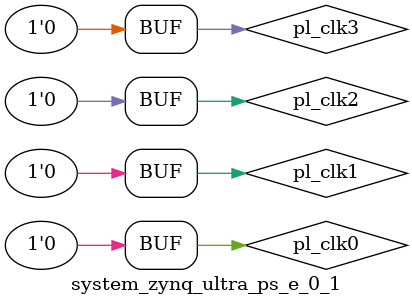
<source format=v>
 









`timescale 1ns/1ps

module system_zynq_ultra_ps_e_0_1 (
);
wire pl_clk_t[3:0] ;

wire saxihpc0_fpd_rclk_temp;
wire saxihpc0_fpd_wclk_temp;
wire saxihpc1_fpd_rclk_temp;
wire saxihpc1_fpd_wclk_temp;
wire saxihp0_fpd_rclk_temp;
wire saxihp0_fpd_wclk_temp;
wire saxihp1_fpd_rclk_temp;
wire saxihp1_fpd_wclk_temp;
wire saxihp2_fpd_rclk_temp;
wire saxihp2_fpd_wclk_temp;
wire saxihp3_fpd_rclk_temp;
wire saxihp3_fpd_wclk_temp;
wire saxi_lpd_rclk_temp;
wire saxi_lpd_wclk_temp;


 assign pl_clk0 = 1'b0 ;

 assign  pl_clk1 = 1'b0 ;

 assign  pl_clk2 = 1'b0 ;

 assign  pl_clk3 = 1'b0 ;

  
   
   
   
   
   


  


  zynq_ultra_ps_e_vip_v1_0_3 #(
    .C_USE_M_AXI_GP0(0),
    .C_USE_M_AXI_GP1(0),
    .C_USE_M_AXI_GP2(0),
    .C_USE_S_AXI_GP0(0),
    .C_USE_S_AXI_GP1(0),
    .C_USE_S_AXI_GP2(0),
    .C_USE_S_AXI_GP3(0),
    .C_USE_S_AXI_GP4(0),
    .C_USE_S_AXI_GP5(0),
    .C_USE_S_AXI_GP6(0),
    .C_USE_S_AXI_ACP(0),
    .C_USE_S_AXI_ACE(0),
    .C_M_AXI_GP0_DATA_WIDTH(128),
    .C_M_AXI_GP1_DATA_WIDTH(128),
    .C_M_AXI_GP2_DATA_WIDTH(32),
    .C_S_AXI_GP0_DATA_WIDTH(128),
    .C_S_AXI_GP1_DATA_WIDTH(128),
    .C_S_AXI_GP2_DATA_WIDTH(128),
    .C_S_AXI_GP3_DATA_WIDTH(128),
    .C_S_AXI_GP4_DATA_WIDTH(128),
    .C_S_AXI_GP5_DATA_WIDTH(128),
    .C_S_AXI_GP6_DATA_WIDTH(128),
    .C_FCLK_CLK0_FREQ(99.990000),
    .C_FCLK_CLK1_FREQ(100),
    .C_FCLK_CLK2_FREQ(100),
    .C_FCLK_CLK3_FREQ(100)
  ) inst (
    .MAXIGP0ARVALID(),
    .MAXIGP0AWVALID(),
    .MAXIGP0BREADY(),
    .MAXIGP0RREADY(),
    .MAXIGP0WLAST(),
    .MAXIGP0WVALID(),
    .MAXIGP0ARID(),
    .MAXIGP0ARUSER(),
    .MAXIGP0AWID(),
    .MAXIGP0ARBURST(),
    .MAXIGP0ARLOCK(),
    .MAXIGP0ARSIZE(),
    .MAXIGP0AWBURST(),
    .MAXIGP0AWLOCK(),
    .MAXIGP0AWSIZE(),
    .MAXIGP0ARPROT(),
    .MAXIGP0AWPROT(),
    .MAXIGP0ARADDR(),
    .MAXIGP0AWADDR(),
    .MAXIGP0WDATA(),
    .MAXIGP0AWUSER(),
    .MAXIGP0ARCACHE(),
    .MAXIGP0ARLEN(),
    .MAXIGP0ARQOS(),
    .MAXIGP0AWCACHE(),
    .MAXIGP0AWLEN(),
    .MAXIGP0AWQOS(),
    .MAXIGP0WSTRB(),
    .MAXIGP0ACLK(),
    .MAXIGP0ARREADY(1'B0),
    .MAXIGP0AWREADY(1'B0),
    .MAXIGP0BVALID(1'B0),
    .MAXIGP0RLAST(1'B0),
    .MAXIGP0RVALID(1'B0),
    .MAXIGP0WREADY(1'B0),
    .MAXIGP0BID(12'B0),
    .MAXIGP0RID(12'B0),
    .MAXIGP0BRESP(2'B0),
    .MAXIGP0RRESP(2'B0),
    .MAXIGP0RDATA(32'B0),
    .MAXIGP1ARVALID(),
    .MAXIGP1AWVALID(),
    .MAXIGP1BREADY(),
    .MAXIGP1RREADY(),
    .MAXIGP1WLAST(),
    .MAXIGP1WVALID(),
    .MAXIGP1ARID(),
    .MAXIGP1ARUSER(),
    .MAXIGP1AWID(),
    .MAXIGP1ARBURST(),
    .MAXIGP1ARLOCK(),
    .MAXIGP1ARSIZE(),
    .MAXIGP1AWBURST(),
    .MAXIGP1AWLOCK(),
    .MAXIGP1AWSIZE(),
    .MAXIGP1ARPROT(),
    .MAXIGP1AWPROT(),
    .MAXIGP1ARADDR(),
    .MAXIGP1AWADDR(),
    .MAXIGP1WDATA(),
    .MAXIGP1AWUSER(),
    .MAXIGP1ARCACHE(),
    .MAXIGP1ARLEN(),
    .MAXIGP1ARQOS(),
    .MAXIGP1AWCACHE(),
    .MAXIGP1AWLEN(),
    .MAXIGP1AWQOS(),
    .MAXIGP1WSTRB(),
    .MAXIGP1ACLK(1'B0),
    .MAXIGP1ARREADY(1'B0),
    .MAXIGP1AWREADY(1'B0),
    .MAXIGP1BVALID(1'B0),
    .MAXIGP1RLAST(1'B0),
    .MAXIGP1RVALID(1'B0),
    .MAXIGP1WREADY(1'B0),
    .MAXIGP1BID(12'B0),
    .MAXIGP1RID(12'B0),
    .MAXIGP1BRESP(2'B0),
    .MAXIGP1RRESP(2'B0),
    .MAXIGP1RDATA(32'B0),

    .MAXIGP2ARVALID(),
    .MAXIGP2AWVALID(),
    .MAXIGP2BREADY(),
    .MAXIGP2RREADY(),
    .MAXIGP2WLAST(),
    .MAXIGP2WVALID(),
    .MAXIGP2ARID(),
    .MAXIGP2ARUSER(),
    .MAXIGP2AWID(),
    .MAXIGP2ARBURST(),
    .MAXIGP2ARLOCK(),
    .MAXIGP2ARSIZE(),
    .MAXIGP2AWBURST(),
    .MAXIGP2AWLOCK(),
    .MAXIGP2AWSIZE(),
    .MAXIGP2ARPROT(),
    .MAXIGP2AWPROT(),
    .MAXIGP2ARADDR(),
    .MAXIGP2AWADDR(),
    .MAXIGP2WDATA(),
    .MAXIGP2AWUSER(),
    .MAXIGP2ARCACHE(),
    .MAXIGP2ARLEN(),
    .MAXIGP2ARQOS(),
    .MAXIGP2AWCACHE(),
    .MAXIGP2AWLEN(),
    .MAXIGP2AWQOS(),
    .MAXIGP2WSTRB(),
    .MAXIGP2ACLK(),
    .MAXIGP2ARREADY(1'B0),
    .MAXIGP2AWREADY(1'B0),
    .MAXIGP2BVALID(1'B0),
    .MAXIGP2RLAST(1'B0),
    .MAXIGP2RVALID(1'B0),
    .MAXIGP2WREADY(1'B0),
    .MAXIGP2BID(12'B0),
    .MAXIGP2RID(12'B0),
    .MAXIGP2BRESP(2'B0),
    .MAXIGP2RRESP(2'B0),
    .MAXIGP2RDATA(32'B0),
    .SAXIGP0RCLK(),
    .SAXIGP0WCLK(),
    .SAXIGP0ARUSER(),
    .SAXIGP0AWUSER(),
    .SAXIGP0RACOUNT(),
    .SAXIGP0WACOUNT(),
    .SAXIGP0RCOUNT(),
    .SAXIGP0WCOUNT(),
    .SAXIGP0ARREADY(),
    .SAXIGP0AWREADY(),
    .SAXIGP0BVALID(),
    .SAXIGP0RLAST(),
    .SAXIGP0RVALID(),
    .SAXIGP0WREADY(),
    .SAXIGP0BRESP(),
    .SAXIGP0RRESP(),
    .SAXIGP0RDATA(),
    .SAXIGP0BID(),
    .SAXIGP0RID(),
    .SAXIGP0ARVALID(1'B0),
    .SAXIGP0AWVALID(1'B0),
    .SAXIGP0BREADY(1'B0),
    .SAXIGP0RREADY(1'B0),
    .SAXIGP0WLAST(1'B0),
    .SAXIGP0WVALID(1'B0),
    .SAXIGP0ARBURST(2'B0),
    .SAXIGP0ARLOCK(2'B0),
    .SAXIGP0ARSIZE(3'B0),
    .SAXIGP0AWBURST(2'B0),
    .SAXIGP0AWLOCK(2'B0),
    .SAXIGP0AWSIZE(3'B0),
    .SAXIGP0ARPROT(3'B0),
    .SAXIGP0AWPROT(3'B0),
    .SAXIGP0ARADDR(32'B0),
    .SAXIGP0AWADDR(32'B0),
    .SAXIGP0WDATA(32'B0),
    .SAXIGP0ARCACHE(4'B0),
    .SAXIGP0ARLEN(4'B0),
    .SAXIGP0ARQOS(4'B0),
    .SAXIGP0AWCACHE(4'B0),
    .SAXIGP0AWLEN(4'B0),
    .SAXIGP0AWQOS(4'B0),
    .SAXIGP0WSTRB(4'B0),
    .SAXIGP0ARID(6'B0),
    .SAXIGP0AWID(6'B0),
    .SAXIGP1RCLK(),
    .SAXIGP1WCLK(),
    .SAXIGP1ARUSER(),
    .SAXIGP1AWUSER(),
    .SAXIGP1RACOUNT(),
    .SAXIGP1WACOUNT(),
    .SAXIGP1RCOUNT(),
    .SAXIGP1WCOUNT(),
    .SAXIGP1ARREADY(),
    .SAXIGP1AWREADY(),
    .SAXIGP1BVALID(),
    .SAXIGP1RLAST(),
    .SAXIGP1RVALID(),
    .SAXIGP1WREADY(),
    .SAXIGP1BRESP(),
    .SAXIGP1RRESP(),
    .SAXIGP1RDATA(),
    .SAXIGP1BID(),
    .SAXIGP1RID(),
    .SAXIGP1ARVALID(1'B0),
    .SAXIGP1AWVALID(1'B0),
    .SAXIGP1BREADY(1'B0),
    .SAXIGP1RREADY(1'B0),
    .SAXIGP1WLAST(1'B0),
    .SAXIGP1WVALID(1'B0),
    .SAXIGP1ARBURST(2'B0),
    .SAXIGP1ARLOCK(2'B0),
    .SAXIGP1ARSIZE(3'B0),
    .SAXIGP1AWBURST(2'B0),
    .SAXIGP1AWLOCK(2'B0),
    .SAXIGP1AWSIZE(3'B0),
    .SAXIGP1ARPROT(3'B0),
    .SAXIGP1AWPROT(3'B0),
    .SAXIGP1ARADDR(32'B0),
    .SAXIGP1AWADDR(32'B0),
    .SAXIGP1WDATA(32'B0),
    .SAXIGP1ARCACHE(4'B0),
    .SAXIGP1ARLEN(4'B0),
    .SAXIGP1ARQOS(4'B0),
    .SAXIGP1AWCACHE(4'B0),
    .SAXIGP1AWLEN(4'B0),
    .SAXIGP1AWQOS(4'B0),
    .SAXIGP1WSTRB(4'B0),
    .SAXIGP1ARID(6'B0),
    .SAXIGP1AWID(6'B0),
    .SAXIGP2RCLK(),
    .SAXIGP2WCLK(),
    .SAXIGP2ARUSER(),
    .SAXIGP2AWUSER(),
    .SAXIGP2RACOUNT(),
    .SAXIGP2WACOUNT(),
    .SAXIGP2RCOUNT(),
    .SAXIGP2WCOUNT(),
    .SAXIGP2ARREADY(),
    .SAXIGP2AWREADY(),
    .SAXIGP2BVALID(),
    .SAXIGP2RLAST(),
    .SAXIGP2RVALID(),
    .SAXIGP2WREADY(),
    .SAXIGP2BRESP(),
    .SAXIGP2RRESP(),
    .SAXIGP2RDATA(),
    .SAXIGP2BID(),
    .SAXIGP2RID(),
    .SAXIGP2ARVALID(1'B0),
    .SAXIGP2AWVALID(1'B0),
    .SAXIGP2BREADY(1'B0),
    .SAXIGP2RREADY(1'B0),
    .SAXIGP2WLAST(1'B0),
    .SAXIGP2WVALID(1'B0),
    .SAXIGP2ARBURST(2'B0),
    .SAXIGP2ARLOCK(2'B0),
    .SAXIGP2ARSIZE(3'B0),
    .SAXIGP2AWBURST(2'B0),
    .SAXIGP2AWLOCK(2'B0),
    .SAXIGP2AWSIZE(3'B0),
    .SAXIGP2ARPROT(3'B0),
    .SAXIGP2AWPROT(3'B0),
    .SAXIGP2ARADDR(32'B0),
    .SAXIGP2AWADDR(32'B0),
    .SAXIGP2WDATA(32'B0),
    .SAXIGP2ARCACHE(4'B0),
    .SAXIGP2ARLEN(4'B0),
    .SAXIGP2ARQOS(4'B0),
    .SAXIGP2AWCACHE(4'B0),
    .SAXIGP2AWLEN(4'B0),
    .SAXIGP2AWQOS(4'B0),
    .SAXIGP2WSTRB(4'B0),
    .SAXIGP2ARID(6'B0),
    .SAXIGP2AWID(6'B0),
    .SAXIGP3RCLK(),
    .SAXIGP3WCLK(),
    .SAXIGP3ARUSER(),
    .SAXIGP3AWUSER(),
    .SAXIGP3RACOUNT(),
    .SAXIGP3WACOUNT(),
    .SAXIGP3RCOUNT(),
    .SAXIGP3WCOUNT(),
    .SAXIGP3ARREADY(),
    .SAXIGP3AWREADY(),
    .SAXIGP3BVALID(),
    .SAXIGP3RLAST(),
    .SAXIGP3RVALID(),
    .SAXIGP3WREADY(),
    .SAXIGP3BRESP(),
    .SAXIGP3RRESP(),
    .SAXIGP3RDATA(),
    .SAXIGP3BID(),
    .SAXIGP3RID(),
    .SAXIGP3ARVALID(1'B0),
    .SAXIGP3AWVALID(1'B0),
    .SAXIGP3BREADY(1'B0),
    .SAXIGP3RREADY(1'B0),
    .SAXIGP3WLAST(1'B0),
    .SAXIGP3WVALID(1'B0),
    .SAXIGP3ARBURST(2'B0),
    .SAXIGP3ARLOCK(2'B0),
    .SAXIGP3ARSIZE(3'B0),
    .SAXIGP3AWBURST(2'B0),
    .SAXIGP3AWLOCK(2'B0),
    .SAXIGP3AWSIZE(3'B0),
    .SAXIGP3ARPROT(3'B0),
    .SAXIGP3AWPROT(3'B0),
    .SAXIGP3ARADDR(32'B0),
    .SAXIGP3AWADDR(32'B0),
    .SAXIGP3WDATA(32'B0),
    .SAXIGP3ARCACHE(4'B0),
    .SAXIGP3ARLEN(4'B0),
    .SAXIGP3ARQOS(4'B0),
    .SAXIGP3AWCACHE(4'B0),
    .SAXIGP3AWLEN(4'B0),
    .SAXIGP3AWQOS(4'B0),
    .SAXIGP3WSTRB(4'B0),
    .SAXIGP3ARID(6'B0),
    .SAXIGP3AWID(6'B0),
    .SAXIGP4RCLK(),
    .SAXIGP4WCLK(),
    .SAXIGP4ARUSER(),
    .SAXIGP4AWUSER(),
    .SAXIGP4RACOUNT(),
    .SAXIGP4WACOUNT(),
    .SAXIGP4RCOUNT(),
    .SAXIGP4WCOUNT(),
    .SAXIGP4ARREADY(),
    .SAXIGP4AWREADY(),
    .SAXIGP4BVALID(),
    .SAXIGP4RLAST(),
    .SAXIGP4RVALID(),
    .SAXIGP4WREADY(),
    .SAXIGP4BRESP(),
    .SAXIGP4RRESP(),
    .SAXIGP4RDATA(),
    .SAXIGP4BID(),
    .SAXIGP4RID(),
    .SAXIGP4ARVALID(1'B0),
    .SAXIGP4AWVALID(1'B0),
    .SAXIGP4BREADY(1'B0),
    .SAXIGP4RREADY(1'B0),
    .SAXIGP4WLAST(1'B0),
    .SAXIGP4WVALID(1'B0),
    .SAXIGP4ARBURST(2'B0),
    .SAXIGP4ARLOCK(2'B0),
    .SAXIGP4ARSIZE(3'B0),
    .SAXIGP4AWBURST(2'B0),
    .SAXIGP4AWLOCK(2'B0),
    .SAXIGP4AWSIZE(3'B0),
    .SAXIGP4ARPROT(3'B0),
    .SAXIGP4AWPROT(3'B0),
    .SAXIGP4ARADDR(32'B0),
    .SAXIGP4AWADDR(32'B0),
    .SAXIGP4WDATA(32'B0),
    .SAXIGP4ARCACHE(4'B0),
    .SAXIGP4ARLEN(4'B0),
    .SAXIGP4ARQOS(4'B0),
    .SAXIGP4AWCACHE(4'B0),
    .SAXIGP4AWLEN(4'B0),
    .SAXIGP4AWQOS(4'B0),
    .SAXIGP4WSTRB(4'B0),
    .SAXIGP4ARID(6'B0),
    .SAXIGP4AWID(6'B0),
    .SAXIGP5RCLK(),
    .SAXIGP5WCLK(),
    .SAXIGP5ARUSER(),
    .SAXIGP5AWUSER(),
    .SAXIGP5RACOUNT(),
    .SAXIGP5WACOUNT(),
    .SAXIGP5RCOUNT(),
    .SAXIGP5WCOUNT(),
    .SAXIGP5ARREADY(),
    .SAXIGP5AWREADY(),
    .SAXIGP5BVALID(),
    .SAXIGP5RLAST(),
    .SAXIGP5RVALID(),
    .SAXIGP5WREADY(),
    .SAXIGP5BRESP(),
    .SAXIGP5RRESP(),
    .SAXIGP5RDATA(),
    .SAXIGP5BID(),
    .SAXIGP5RID(),
    .SAXIGP5ARVALID(1'B0),
    .SAXIGP5AWVALID(1'B0),
    .SAXIGP5BREADY(1'B0),
    .SAXIGP5RREADY(1'B0),
    .SAXIGP5WLAST(1'B0),
    .SAXIGP5WVALID(1'B0),
    .SAXIGP5ARBURST(2'B0),
    .SAXIGP5ARLOCK(2'B0),
    .SAXIGP5ARSIZE(3'B0),
    .SAXIGP5AWBURST(2'B0),
    .SAXIGP5AWLOCK(2'B0),
    .SAXIGP5AWSIZE(3'B0),
    .SAXIGP5ARPROT(3'B0),
    .SAXIGP5AWPROT(3'B0),
    .SAXIGP5ARADDR(32'B0),
    .SAXIGP5AWADDR(32'B0),
    .SAXIGP5WDATA(32'B0),
    .SAXIGP5ARCACHE(4'B0),
    .SAXIGP5ARLEN(4'B0),
    .SAXIGP5ARQOS(4'B0),
    .SAXIGP5AWCACHE(4'B0),
    .SAXIGP5AWLEN(4'B0),
    .SAXIGP5AWQOS(4'B0),
    .SAXIGP5WSTRB(4'B0),
    .SAXIGP5ARID(6'B0),
    .SAXIGP5AWID(6'B0),
    .SAXIGP6RCLK(),
    .SAXIGP6WCLK(),
    .SAXIGP6ARUSER(),
    .SAXIGP6AWUSER(),
    .SAXIGP6RACOUNT(),
    .SAXIGP6WACOUNT(),
    .SAXIGP6RCOUNT(),
    .SAXIGP6WCOUNT(),
    .SAXIGP6ARREADY(),
    .SAXIGP6AWREADY(),
    .SAXIGP6BVALID(),
    .SAXIGP6RLAST(),
    .SAXIGP6RVALID(),
    .SAXIGP6WREADY(),
    .SAXIGP6BRESP(),
    .SAXIGP6RRESP(),
    .SAXIGP6RDATA(),
    .SAXIGP6BID(),
    .SAXIGP6RID(),
    .SAXIGP6ARVALID(1'B0),
    .SAXIGP6AWVALID(1'B0),
    .SAXIGP6BREADY(1'B0),
    .SAXIGP6RREADY(1'B0),
    .SAXIGP6WLAST(1'B0),
    .SAXIGP6WVALID(1'B0),
    .SAXIGP6ARBURST(2'B0),
    .SAXIGP6ARLOCK(2'B0),
    .SAXIGP6ARSIZE(3'B0),
    .SAXIGP6AWBURST(2'B0),
    .SAXIGP6AWLOCK(2'B0),
    .SAXIGP6AWSIZE(3'B0),
    .SAXIGP6ARPROT(3'B0),
    .SAXIGP6AWPROT(3'B0),
    .SAXIGP6ARADDR(32'B0),
    .SAXIGP6AWADDR(32'B0),
    .SAXIGP6WDATA(32'B0),
    .SAXIGP6ARCACHE(4'B0),
    .SAXIGP6ARLEN(4'B0),
    .SAXIGP6ARQOS(4'B0),
    .SAXIGP6AWCACHE(4'B0),
    .SAXIGP6AWLEN(4'B0),
    .SAXIGP6AWQOS(4'B0),
    .SAXIGP6WSTRB(4'B0),
    .SAXIGP6ARID(6'B0),
    .SAXIGP6AWID(6'B0),
    .SAXIACPARREADY(),
    .SAXIACPAWREADY(),
    .SAXIACPBVALID(),
    .SAXIACPRLAST(),
    .SAXIACPRVALID(),
    .SAXIACPWREADY(),
    .SAXIACPBRESP(),
    .SAXIACPRRESP(),
    .SAXIACPBID(),
    .SAXIACPRID(),
    .SAXIACPRDATA(),
    .SAXIACPACLK(1'B0),
    .SAXIACPARVALID(1'B0),
    .SAXIACPAWVALID(1'B0),
    .SAXIACPBREADY(1'B0),
    .SAXIACPRREADY(1'B0),
    .SAXIACPWLAST(1'B0),
    .SAXIACPWVALID(1'B0),
    .SAXIACPARID(3'B0),
    .SAXIACPARPROT(3'B0),
    .SAXIACPAWID(3'B0),
    .SAXIACPAWPROT(3'B0),
    .SAXIACPARADDR(32'B0),
    .SAXIACPAWADDR(32'B0),
    .SAXIACPARCACHE(4'B0),
    .SAXIACPARLEN(4'B0),
    .SAXIACPARQOS(4'B0),
    .SAXIACPAWCACHE(4'B0),
    .SAXIACPAWLEN(4'B0),
    .SAXIACPAWQOS(4'B0),
    .SAXIACPARBURST(2'B0),
    .SAXIACPARLOCK(2'B0),
    .SAXIACPARSIZE(3'B0),
    .SAXIACPAWBURST(2'B0),
    .SAXIACPAWLOCK(2'B0),
    .SAXIACPAWSIZE(3'B0),
    .SAXIACPARUSER(5'B0),
    .SAXIACPAWUSER(5'B0),
    .SAXIACPWDATA(64'B0),
    .SAXIACPWSTRB(8'B0),
.SACEFPDACREADY(),       
.SACEFPDARLOCK(),
.SACEFPDARVALID(),
.SACEFPDAWLOCK(),
.SACEFPDAWVALID(),
.SACEFPDBREADY(),
.SACEFPDCDLAST(),
.SACEFPDCDVALID(),
.SACEFPDCRVALID(),
.SACEFPDRACK(),
.SACEFPDRREADY(),
.SACEFPDWACK(),
.SACEFPDWLAST(),
.SACEFPDWUSER(),
.SACEFPDWVALID(),
.SACEFPDCDDATA(),
.SACEFPDWDATA(),
.SACEFPDARUSER(),
.SACEFPDAWUSER(),
.SACEFPDWSTRB(),
.SACEFPDARBAR(),
.SACEFPDARBURST(),
.SACEFPDARDOMAIN(),
.SACEFPDAWBAR(),
.SACEFPDAWBURST(),
.SACEFPDAWDOMAIN(),
.SACEFPDARPROT(),
.SACEFPDARSIZE(),
.SACEFPDAWPROT(),
.SACEFPDAWSIZE(),
.SACEFPDAWSNOOP(),
.SACEFPDARCACHE(),
.SACEFPDARQOS(),
.SACEFPDARREGION(),
.SACEFPDARSNOOP(),
.SACEFPDAWCACHE(),
.SACEFPDAWQOS(),
.SACEFPDAWREGION(),
.SACEFPDARADDR(),
.SACEFPDAWADDR(),
.SACEFPDCRRESP(),
.SACEFPDARID(),
.SACEFPDAWID(),
.SACEFPDARLEN(),
.SACEFPDAWLEN(),
.SACEFPDACVALID(),
.SACEFPDARREADY(),
.SACEFPDAWREADY(),
.SACEFPDBUSER(),
.SACEFPDBVALID(),
.SACEFPDCDREADY(),
.SACEFPDCRREADY(),
.SACEFPDRLAST(),
.SACEFPDRUSER(),
.SACEFPDRVALID(),
.SACEFPDWREADY(),
.SACEFPDRDATA(),
.SACEFPDBRESP(),
.SACEFPDACPROT(),
.SACEFPDACSNOOP(),
.SACEFPDRRESP(),
.SACEFPDACADDR(),
.SACEFPDBID(),
.SACEFPDRID(),


.PLCLK({pl_clk_t[3],pl_clk_t[2],pl_clk_t[1],pl_clk_t[0]})
  );

endmodule

</source>
